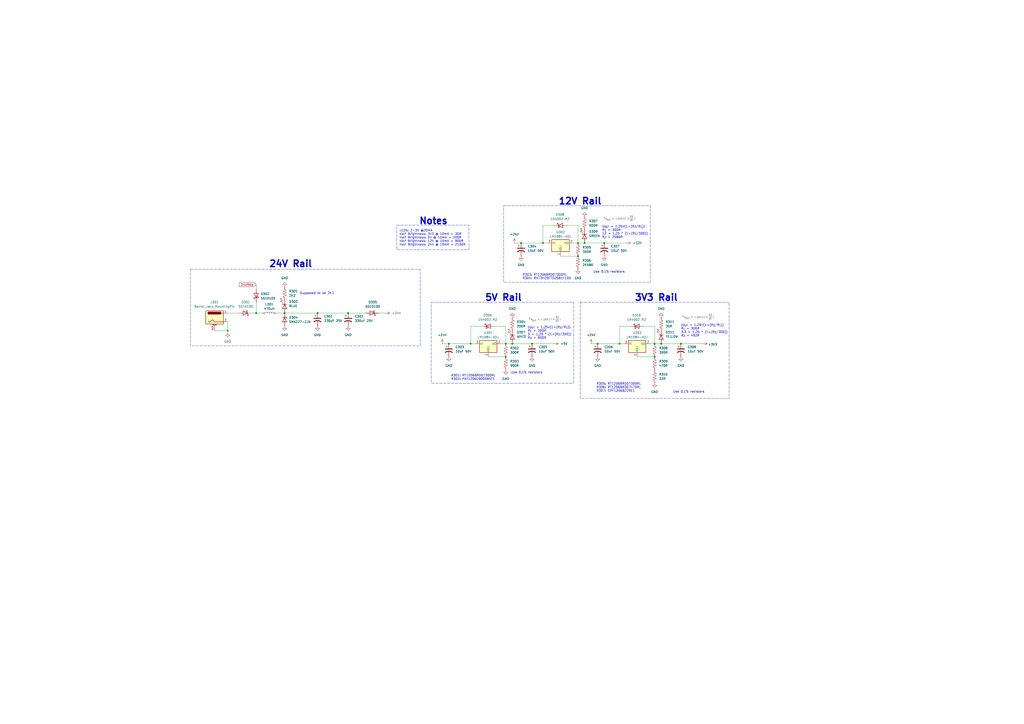
<source format=kicad_sch>
(kicad_sch (version 20250114) (generator "eeschema") (generator_version "9.0")
  (paper "A2")
  (title_block (title "MEP MAXI 85V-1 REV 2 Interface Board") (date "2025-05-31") (rev "X2") (company "McMillan Enterprises") (comment 1 "Firmware: John Gilcreast (johngilcreast@gmail.com)") (comment 2 "Hardware: Connor McMillan (connor@mcmillan.website)"))
  (polyline (pts (xy 552.8285 390.1083) (xy 552.3526 390.1083) (xy 552.1077 391.3288) (xy 551.9106 391.3288) (xy 552.1535 390.1083) (xy 551.6776 390.1083) (xy 551.7115 389.935) (xy 552.8644 389.935) (xy 552.8285 390.1083)) (stroke (width -0.0001) (type solid)) (fill (type outline)))
  (rectangle (start 292.1 119.38) (end 377.19 163.83) (stroke (width 0) (type dash)))
  (polyline (pts (xy 567.7801 390.1083) (xy 566.9936 390.1083) (xy 566.908 390.5363) (xy 567.6089 390.5363) (xy 567.575 390.7056) (xy 566.8741 390.7056) (xy 566.7845 391.1556) (xy 567.5989 391.1556) (xy 567.5651 391.3288) (xy 566.5516 391.3288) (xy 566.8303 389.935) (xy 567.814 389.935) (xy 567.7801 390.1083)) (stroke (width -0.0001) (type solid)) (fill (type outline)))
  (polyline (pts (xy 565.1534 384.4672) (xy 565.9874 384.4672) (xy 565.2304 388.2524) (xy 567.5785 388.2524) (xy 567.4373 388.958) (xy 564.2552 388.958) (xy 565.1534 384.4672) (xy 565.1534 384.4672)) (stroke (width -0.0001) (type solid)) (fill (type outline)))
  (polyline (pts (xy 550.5796 384.4061) (xy 550.7185 384.4153) (xy 550.8535 384.4305) (xy 550.9843 384.4517) (xy 551.1107 384.4789) (xy 551.2325 384.512) (xy 551.3494 384.5508) (xy 551.4611 384.5955) (xy 551.5676 384.6458) (xy 551.6685 384.7019) (xy 551.7636 384.7635) (xy 551.8526 384.8306) (xy 551.9354 384.9033) (xy 552.0116 384.9814) (xy 552.0811 385.0648) (xy 552.1436 385.1536) (xy 551.5406 385.6605) (xy 551.4932 385.5985) (xy 551.4425 385.5402) (xy 551.3885 385.4856) (xy 551.3602 385.4598) (xy 551.3311 385.4348) (xy 551.3012 385.4108) (xy 551.2704 385.3878) (xy 551.2388 385.3657) (xy 551.2064 385.3446) (xy 551.1731 385.3244) (xy 551.139 385.3053) (xy 551.104 385.2871) (xy 551.0682 385.2699) (xy 550.994 385.2385) (xy 550.9165 385.2112) (xy 550.8355 385.1879) (xy 550.7511 385.1687) (xy 550.6633 385.1538) (xy 550.5721 385.143) (xy 550.4774 385.1365) (xy 550.3793 385.1344) (xy 550.2729 385.1369) (xy 550.1691 385.1443) (xy 550.0679 385.1566) (xy 549.9694 385.1736) (xy 549.8736 385.1952) (xy 549.7806 385.2212) (xy 549.6904 385.2516) (xy 549.6031 385.2861) (xy 549.5188 385.3248) (xy 549.4374 385.3674) (xy 549.3591 385.4138) (xy 549.2839 385.4639) (xy 549.2119 385.5176) (xy 549.1431 385.5747) (xy 549.0775 385.6352) (xy 549.0152 385.6989) (xy 548.9563 385.7657) (xy 548.9008 385.8355) (xy 548.8488 385.908) (xy 548.8003 385.9833) (xy 548.7554 386.0612) (xy 548.7141 386.1415) (xy 548.6765 386.2241) (xy 548.6426 386.309) (xy 548.6125 386.396) (xy 548.5863 386.4849) (xy 548.5639 386.5756) (xy 548.5455 386.6681) (xy 548.5311 386.7622) (xy 548.5207 386.8577) (xy 548.5145 386.9545) (xy 548.5124 387.0526) (xy 548.5138 387.1216) (xy 548.5181 387.1892) (xy 548.5252 387.2551) (xy 548.5351 387.3195) (xy 548.5479 387.3822) (xy 548.5634 387.4432) (xy 548.5818 387.5025) (xy 548.6029 387.5601) (xy 548.6268 387.6158) (xy 548.6535 387.6696) (xy 548.6829 387.7215) (xy 548.715 387.7715) (xy 548.7499 387.8194) (xy 548.7875 387.8653) (xy 548.8278 387.9091) (xy 548.8708 387.9508) (xy 548.9165 387.9903) (xy 548.9649 388.0276) (xy 549.016 388.0626) (xy 549.0697 388.0953) (xy 549.126 388.1256) (xy 549.185 388.1536) (xy 549.2466 388.1791) (xy 549.3108 388.2021) (xy 549.3776 388.2225) (xy 549.447 388.2404) (xy 549.519 388.2556) (xy 549.5936 388.2682) (xy 549.6707 388.278) (xy 549.7504 388.2851) (xy 549.8327 388.2894) (xy 549.9174 388.2909) (xy 550.0105 388.2889) (xy 550.102 388.283) (xy 550.1919 388.2732) (xy 550.2802 388.2593) (xy 550.3668 388.2414) (xy 550.4516 388.2195) (xy 550.5347 388.1935) (xy 550.6159 388.1633) (xy 550.6953 388.1291) (xy 550.7727 388.0907) (xy 550.8481 388.0481) (xy 550.9215 388.0012) (xy 550.9929 387.9502) (xy 551.0621 387.8948) (xy 551.1292 387.8352) (xy 551.1941 387.7712) (xy 551.6816 388.2972) (xy 551.5974 388.3878) (xy 551.5083 388.4721) (xy 551.4147 388.55) (xy 551.3166 388.6216) (xy 551.2142 388.6871) (xy 551.1076 388.7465) (xy 550.9972 388.7999) (xy 550.8829 388.8474) (xy 550.7651 388.889) (xy 550.6438 388.9248) (xy 550.5192 388.9549) (xy 550.3915 388.9793) (xy 550.2609 388.9982) (xy 550.1276 389.0116) (xy 549.9916 389.0196) (xy 549.8532 389.0222) (xy 549.7267 389.0199) (xy 549.6035 389.0132) (xy 549.4837 389.0019) (xy 549.3672 388.9864) (xy 549.2541 388.9665) (xy 549.1445 388.9425) (xy 549.0384 388.9144) (xy 548.9359 388.8822) (xy 548.837 388.846) (xy 548.7418 388.806) (xy 548.6503 388.7622) (xy 548.5625 388.7147) (xy 548.4786 388.6635) (xy 548.3985 388.6088) (xy 548.3224 388.5505) (xy 548.2501 388.4889) (xy 548.1819 388.424) (xy 548.1178 388.3558) (xy 548.0577 388.2844) (xy 548.0018 388.2099) (xy 547.9501 388.1324) (xy 547.9026 388.052) (xy 547.8595 387.9688) (xy 547.8206 387.8827) (xy 547.7862 387.794) (xy 547.7562 387.7026) (xy 547.7306 387.6087) (xy 547.7096 387.5124) (xy 547.6932 387.4136) (xy 547.6814 387.3126) (xy 547.6743 387.2093) (xy 547.672 387.1039) (xy 547.6752 386.9624) (xy 547.6847 386.823) (xy 547.7005 386.686) (xy 547.7224 386.5513) (xy 547.7503 386.4193) (xy 547.7842 386.2901) (xy 547.8239 386.1637) (xy 547.8694 386.0405) (xy 547.9206 385.9204) (xy 547.9773 385.8038) (xy 548.0395 385.6906) (xy 548.107 385.5812) (xy 548.1799 385.4756) (xy 548.2579 385.3739) (xy 548.3409 385.2765) (xy 548.429 385.1833) (xy 548.5219 385.0946) (xy 548.6197 385.0105) (xy 548.7221 384.9311) (xy 548.8291 384.8567) (xy 548.9407 384.7873) (xy 549.0566 384.7232) (xy 549.1769 384.6644) (xy 549.3013 384.6112) (xy 549.4299 384.5637) (xy 549.5625 384.522) (xy 549.699 384.4863) (xy 549.8393 384.4567) (xy 549.9834 384.4334) (xy 550.1311 384.4166) (xy 550.2824 384.4064) (xy 550.4371 384.403) (xy 550.5796 384.4061)) (stroke (width -0.0001) (type solid)) (fill (type outline)))
  (polyline (pts (xy 549.9375 379.451) (xy 551.7902 378.1062) (xy 550.4453 379.9589) (xy 552.7064 380.318) (xy 550.4453 380.6771) (xy 551.7902 382.5299) (xy 549.9375 381.185) (xy 549.5784 383.446) (xy 549.2193 381.185) (xy 547.3665 382.5299) (xy 548.7114 380.6771) (xy 546.4504 380.318) (xy 548.7114 379.9589) (xy 547.3665 378.1062) (xy 549.2193 379.451) (xy 549.5784 377.19) (xy 549.9375 379.451)) (stroke (width -0.0001) (type solid)) (fill (type outline)))
  (rectangle (start 250.19 175.26) (end 332.74 222.25) (stroke (width 0) (type dash)))
  (polyline (pts (xy 569.4993 389.9196) (xy 569.5311 389.921) (xy 569.5625 389.9234) (xy 569.5936 389.9268) (xy 569.6242 389.9311) (xy 569.6544 389.9363) (xy 569.684 389.9424) (xy 569.7129 389.9495) (xy 569.7412 389.9574) (xy 569.7688 389.9662) (xy 569.7956 389.9758) (xy 569.8215 389.9863) (xy 569.8465 389.9976) (xy 569.8705 390.0098) (xy 569.8934 390.0228) (xy 569.9153 390.0366) (xy 569.8357 390.1998) (xy 569.8159 390.1864) (xy 569.7955 390.1739) (xy 569.7744 390.1622) (xy 569.7527 390.1513) (xy 569.7305 390.1413) (xy 569.7077 390.1322) (xy 569.6844 390.1239) (xy 569.6607 390.1165) (xy 569.6365 390.1099) (xy 569.6119 390.1042) (xy 569.5869 390.0994) (xy 569.5615 390.0954) (xy 569.5359 390.0923) (xy 569.5099 390.0901) (xy 569.4837 390.0888) (xy 569.4573 390.0884) (xy 569.4154 390.0895) (xy 569.3755 390.0928) (xy 569.3377 390.0983) (xy 569.3022 390.1059) (xy 569.269 390.1155) (xy 569.2383 390.127) (xy 569.21 390.1404) (xy 569.1843 390.1555) (xy 569.1613 390.1724) (xy 569.1508 390.1815) (xy 569.1411 390.191) (xy 569.132 390.2009) (xy 569.1237 390.2111) (xy 569.1161 390.2218) (xy 569.1093 390.2328) (xy 569.1032 390.2442) (xy 569.0979 390.2559) (xy 569.0934 390.268) (xy 569.0897 390.2804) (xy 569.0868 390.2931) (xy 569.0847 390.3062) (xy 569.0834 390.3196) (xy 569.083 390.3332) (xy 569.085 390.3594) (xy 569.091 390.3833) (xy 569.1007 390.405) (xy 569.1137 390.4247) (xy 569.1299 390.4426) (xy 569.149 390.4589) (xy 569.1706 390.4737) (xy 569.1947 390.4873) (xy 569.2208 390.4998) (xy 569.2488 390.5114) (xy 569.3092 390.5327) (xy 569.4404 390.5727) (xy 569.5071 390.5942) (xy 569.5717 390.6188) (xy 569.6025 390.6326) (xy 569.632 390.6478) (xy 569.66 390.6644) (xy 569.6861 390.6827) (xy 569.7102 390.7028) (xy 569.7319 390.725) (xy 569.7509 390.7494) (xy 569.7671 390.7761) (xy 569.7802 390.8055) (xy 569.7898 390.8375) (xy 569.7958 390.8726) (xy 569.7978 390.9107) (xy 569.7971 390.9358) (xy 569.795 390.9602) (xy 569.7915 390.984) (xy 569.7867 391.0071) (xy 569.7806 391.0295) (xy 569.7731 391.0513) (xy 569.7644 391.0724) (xy 569.7545 391.0928) (xy 569.7433 391.1124) (xy 569.7309 391.1314) (xy 569.7174 391.1496) (xy 569.7027 391.167) (xy 569.6869 391.1838) (xy 569.67 391.1997) (xy 569.6521 391.2149) (xy 569.6331 391.2293) (xy 569.613 391.2429) (xy 569.592 391.2557) (xy 569.5701 391.2677) (xy 569.5472 391.2788) (xy 569.5234 391.2892) (xy 569.4987 391.2987) (xy 569.4731 391.3073) (xy 569.4467 391.315) (xy 569.4195 391.3219) (xy 569.3915 391.3279) (xy 569.3627 391.333) (xy 569.3332 391.3372) (xy 569.303 391.3405) (xy 569.2721 391.3429) (xy 569.2406 391.3443) (xy 569.2084 391.3448) (xy 569.1686 391.3439) (xy 569.129 391.3414) (xy 569.0899 391.3374) (xy 569.0513 391.3318) (xy 569.0135 391.3248) (xy 568.9765 391.3164) (xy 568.9406 391.3068) (xy 568.9058 391.296) (xy 568.8723 391.2841) (xy 568.8403 391.2711) (xy 568.8098 391.2571) (xy 568.7811 391.2423) (xy 568.7543 391.2266) (xy 568.7296 391.2102) (xy 568.707 391.1932) (xy 568.6867 391.1755) (xy 568.7743 391.0162) (xy 568.7949 391.0341) (xy 568.817 391.0511) (xy 568.8404 391.0671) (xy 568.8651 391.0823) (xy 568.8911 391.0964) (xy 568.9181 391.1095) (xy 568.9461 391.1215) (xy 568.975 391.1325) (xy 569.0047 391.1422) (xy 569.035 391.1508) (xy 569.066 391.1582) (xy 569.0975 391.1643) (xy 569.1294 391.1692) (xy 569.1615 391.1727) (xy 569.1939 391.1748) (xy 569.2263 391.1755) (xy 569.2676 391.1745) (xy 569.3071 391.1715) (xy 569.3446 391.1666) (xy 569.3801 391.1598) (xy 569.4133 391.151) (xy 569.4443 391.1404) (xy 569.4728 391.128) (xy 569.4989 391.1138) (xy 569.5223 391.0978) (xy 569.5329 391.0891) (xy 569.5429 391.08) (xy 569.5522 391.0705) (xy 569.5607 391.0606) (xy 569.5685 391.0502) (xy 569.5755 391.0394) (xy 569.5817 391.0282) (xy 569.5872 391.0166) (xy 569.5919 391.0046) (xy 569.5957 390.9922) (xy 569.5987 390.9794) (xy 569.6009 390.9661) (xy 569.6022 390.9525) (xy 569.6027 390.9385) (xy 569.6006 390.9125) (xy 569.5946 390.8889) (xy 569.585 390.8675) (xy 569.5719 390.8481) (xy 569.5558 390.8306) (xy 569.5367 390.8146) (xy 569.515 390.8001) (xy 569.491 390.7868) (xy 569.4648 390.7747) (xy 569.4369 390.7633) (xy 569.3765 390.7425) (xy 569.2453 390.7031) (xy 569.1786 390.6814) (xy 569.114 390.6564) (xy 569.0832 390.6421) (xy 569.0537 390.6265) (xy 569.0257 390.6092) (xy 568.9996 390.5902) (xy 568.9755 390.5692) (xy 568.9539 390.5461) (xy 568.9348 390.5206) (xy 568.9186 390.4925) (xy 568.9056 390.4617) (xy 568.8959 390.428) (xy 568.8899 390.3912) (xy 568.8879 390.3511) (xy 568.8886 390.3264) (xy 568.8907 390.3023) (xy 568.8941 390.2788) (xy 568.8988 390.256) (xy 568.9049 390.2337) (xy 568.9122 390.2122) (xy 568.9207 390.1913) (xy 568.9305 390.1711) (xy 568.9415 390.1515) (xy 568.9537 390.1327) (xy 568.967 390.1146) (xy 568.9814 390.0972) (xy 568.997 390.0805) (xy 569.0136 390.0646) (xy 569.0312 390.0494) (xy 569.0499 390.035) (xy 569.0696 390.0214) (xy 569.0902 390.0086) (xy 569.1118 389.9966) (xy 569.1343 389.9854) (xy 569.1577 389.9751) (xy 569.182 389.9655) (xy 569.2072 389.9569) (xy 569.2331 389.9491) (xy 569.2599 389.9421) (xy 569.2874 389.9361) (xy 569.3157 389.9309) (xy 569.3446 389.9267) (xy 569.3743 389.9234) (xy 569.4047 389.921) (xy 569.4357 389.9195) (xy 569.4673 389.9191) (xy 569.4993 389.9196)) (stroke (width -0.0001) (type solid)) (fill (type outline)))
  (polyline (pts (xy 572.3579 388.958) (xy 571.5303 388.958) (xy 571.2929 387.9187) (xy 569.0346 387.9187) (xy 568.3867 388.958) (xy 567.4949 388.958) (xy 568.5958 387.2643) (xy 569.4452 387.2643) (xy 571.1389 387.2643) (xy 570.6834 385.2883) (xy 569.4452 387.2643) (xy 568.5958 387.2643) (xy 570.414 384.4672) (xy 571.2416 384.4672) (xy 572.3579 388.958)) (stroke (width -0.0001) (type solid)) (fill (type outline)))
  (rectangle (start 110.49 156.21) (end 243.84 200.66) (stroke (width 0) (type dash)))
  (polyline (pts (xy 576.3673 387.6108) (xy 576.9896 384.4672) (xy 577.8172 384.4672) (xy 576.9191 388.958) (xy 576.2326 388.958) (xy 574.3913 385.8144) (xy 573.7626 388.958) (xy 572.935 388.958) (xy 573.8332 384.4672) (xy 574.5196 384.4672) (xy 576.3673 387.6108)) (stroke (width -0.0001) (type solid)) (fill (type outline)))
  (rectangle (start 336.55 175.26) (end 422.91 231.14) (stroke (width 0) (type dash)))
  (polyline (pts (xy 561.3107 384.4672) (xy 562.1446 384.4672) (xy 561.3876 388.2524) (xy 563.7357 388.2524) (xy 563.5946 388.958) (xy 560.4124 388.958) (xy 561.3107 384.4672) (xy 561.3107 384.4672)) (stroke (width -0.0001) (type solid)) (fill (type outline)))
  (polyline (pts (xy 555.0046 387.4568) (xy 557.3335 384.4672) (xy 558.052 384.4672) (xy 557.1539 388.958) (xy 556.3648 388.958) (xy 556.9485 386.0133) (xy 555.0303 388.4448) (xy 554.6582 388.4448) (xy 553.6317 385.9556) (xy 553.035 388.958) (xy 552.2395 388.958) (xy 553.1377 384.4672) (xy 553.8178 384.4672) (xy 555.0046 387.4568)) (stroke (width -0.0001) (type solid)) (fill (type outline)))
  (polyline (pts (xy 556.7799 389.9368) (xy 556.8362 389.942) (xy 556.889 389.9505) (xy 556.9384 389.9624) (xy 556.9617 389.9696) (xy 556.9842 389.9776) (xy 557.0058 389.9863) (xy 557.0264 389.9959) (xy 557.0461 390.0063) (xy 557.0649 390.0174) (xy 557.0828 390.0294) (xy 557.0997 390.042) (xy 557.1156 390.0555) (xy 557.1306 390.0697) (xy 557.1446 390.0846) (xy 557.1577 390.1003) (xy 557.1697 390.1167) (xy 557.1807 390.1338) (xy 557.1907 390.1517) (xy 557.1998 390.1702) (xy 557.2077 390.1895) (xy 557.2147 390.2094) (xy 557.2206 390.23) (xy 557.2254 390.2514) (xy 557.2292 390.2733) (xy 557.2319 390.296) (xy 557.2336 390.3193) (xy 557.2341 390.3432) (xy 557.2323 390.3941) (xy 557.23 390.4187) (xy 557.2269 390.4427) (xy 557.2229 390.4663) (xy 557.218 390.4892) (xy 557.2123 390.5117) (xy 557.2057 390.5335) (xy 557.1983 390.5548) (xy 557.1901 390.5755) (xy 557.181 390.5956) (xy 557.1711 390.6152) (xy 557.1604 390.6342) (xy 557.1489 390.6525) (xy 557.1366 390.6703) (xy 557.1236 390.6874) (xy 557.1098 390.704) (xy 557.0952 390.7199) (xy 557.0798 390.7352) (xy 557.0637 390.7499) (xy 557.0469 390.7639) (xy 557.0294 390.7773) (xy 557.0111 390.79) (xy 556.9921 390.8021) (xy 556.9521 390.8244) (xy 556.9094 390.8439) (xy 556.8639 390.8607) (xy 556.8159 390.8748) (xy 557.0708 391.3288) (xy 556.8598 391.3288) (xy 556.6169 390.9027) (xy 556.2066 390.9027) (xy 556.123 391.3288) (xy 555.9219 391.3288) (xy 556.041 390.7334) (xy 556.2405 390.7334) (xy 556.585 390.7334) (xy 556.637 390.7319) (xy 556.6861 390.7275) (xy 556.7322 390.7201) (xy 556.7754 390.7097) (xy 556.7959 390.7034) (xy 556.8155 390.6964) (xy 556.8344 390.6887) (xy 556.8525 390.6802) (xy 556.8698 390.671) (xy 556.8863 390.6611) (xy 556.9019 390.6505) (xy 556.9168 390.6391) (xy 556.9308 390.627) (xy 556.9439 390.6143) (xy 556.9562 390.6008) (xy 556.9677 390.5865) (xy 556.9782 390.5716) (xy 556.988 390.556) (xy 556.9968 390.5397) (xy 557.0047 390.5226) (xy 557.0117 390.5049) (xy 557.0178 390.4864) (xy 557.023 390.4673) (xy 557.0273 390.4474) (xy 557.0307 390.4269) (xy 557.033 390.4057) (xy 557.0345 390.3837) (xy 557.035 390.3611) (xy 557.0346 390.3457) (xy 557.0336 390.3307) (xy 557.0318 390.3162) (xy 557.0294 390.3022) (xy 557.0263 390.2887) (xy 557.0225 390.2757) (xy 557.0181 390.2631) (xy 557.013 390.2511) (xy 557.0072 390.2395) (xy 557.0008 390.2284) (xy 556.9937 390.2177) (xy 556.9859 390.2076) (xy 556.9776 390.198) (xy 556.9685 390.1888) (xy 556.9589 390.1802) (xy 556.9486 390.172) (xy 556.9377 390.1643) (xy 556.9262 390.1571) (xy 556.914 390.1504) (xy 556.9013 390.1442) (xy 556.8879 390.1385) (xy 556.874 390.1332) (xy 556.8594 390.1285) (xy 556.8443 390.1243) (xy 556.8286 390.1205) (xy 556.8122 390.1173) (xy 556.7954 390.1145) (xy 556.7779 390.1123) (xy 556.7599 390.1105) (xy 556.7413 390.1093) (xy 556.7221 390.1085) (xy 556.7024 390.1083) (xy 556.3659 390.1083) (xy 556.2405 390.7334) (xy 556.041 390.7334) (xy 556.2007 389.935) (xy 556.7203 389.935) (xy 556.7799 389.9368)) (stroke (width -0.0001) (type solid)) (fill (type outline)))
  (polyline (pts (xy 563.112 391.3288) (xy 562.9128 391.3288) (xy 563.1916 389.935) (xy 563.3907 389.935) (xy 563.112 391.3288)) (stroke (width -0.0001) (type solid)) (fill (type outline)))
  (polyline (pts (xy 554.9237 390.1083) (xy 554.1372 390.1083) (xy 554.0516 390.5363) (xy 554.7525 390.5363) (xy 554.7186 390.7056) (xy 554.0177 390.7056) (xy 553.9281 391.1556) (xy 554.7425 391.1556) (xy 554.7087 391.3288) (xy 553.6952 391.3288) (xy 553.9739 389.935) (xy 554.9576 389.935) (xy 554.9237 390.1083)) (stroke (width -0.0001) (type solid)) (fill (type outline)))
  (polyline (pts (xy 550.1896 391.0082) (xy 550.4026 389.935) (xy 550.6017 389.935) (xy 550.323 391.3288) (xy 550.1597 391.3288) (xy 549.5364 390.2556) (xy 549.3233 391.3288) (xy 549.1243 391.3288) (xy 549.403 389.935) (xy 549.5663 389.935) (xy 550.1896 391.0082)) (stroke (width -0.0001) (type solid)) (fill (type outline)))
  (polyline (pts (xy 549.0009 382.2035) (xy 544.1452 388.3909) (xy 543.7286 388.3909) (xy 542.5793 385.6036) (xy 541.9111 388.9658) (xy 541.02 388.9658) (xy 542.0261 383.9368) (xy 542.7876 383.9368) (xy 543.9462 386.8559) (xy 544.1165 387.2844) (xy 546.7304 383.9368) (xy 547.5979 382.8257) (xy 548.9445 381.8482) (xy 549.0009 382.2035)) (stroke (width -0.0001) (type solid)) (fill (type outline)))
  (rectangle (start 230.124 130.556) (end 272.034 144.78) (stroke (width 0) (type dash)))
  (polyline (pts (xy 565.1435 389.9196) (xy 565.1752 389.921) (xy 565.2067 389.9234) (xy 565.2377 389.9268) (xy 565.2684 389.9311) (xy 565.2985 389.9363) (xy 565.3281 389.9424) (xy 565.3571 389.9495) (xy 565.3854 389.9574) (xy 565.413 389.9662) (xy 565.4397 389.9758) (xy 565.4656 389.9863) (xy 565.4906 389.9976) (xy 565.5146 390.0098) (xy 565.5376 390.0228) (xy 565.5594 390.0366) (xy 565.4798 390.1998) (xy 565.46 390.1864) (xy 565.4396 390.1739) (xy 565.4185 390.1622) (xy 565.3969 390.1513) (xy 565.3746 390.1413) (xy 565.3519 390.1322) (xy 565.3286 390.1239) (xy 565.3048 390.1165) (xy 565.2806 390.1099) (xy 565.256 390.1042) (xy 565.231 390.0994) (xy 565.2057 390.0954) (xy 565.18 390.0923) (xy 565.1541 390.0901) (xy 565.1279 390.0888) (xy 565.1015 390.0884) (xy 565.0595 390.0895) (xy 565.0196 390.0928) (xy 564.9819 390.0983) (xy 564.9464 390.1059) (xy 564.9132 390.1155) (xy 564.8824 390.127) (xy 564.8541 390.1404) (xy 564.8284 390.1555) (xy 564.8054 390.1724) (xy 564.795 390.1815) (xy 564.7852 390.191) (xy 564.7762 390.2009) (xy 564.7678 390.2111) (xy 564.7603 390.2218) (xy 564.7534 390.2328) (xy 564.7474 390.2442) (xy 564.7421 390.2559) (xy 564.7375 390.268) (xy 564.7338 390.2804) (xy 564.7309 390.2931) (xy 564.7288 390.3062) (xy 564.7276 390.3196) (xy 564.7271 390.3332) (xy 564.7292 390.3594) (xy 564.7352 390.3833) (xy 564.7448 390.405) (xy 564.7579 390.4247) (xy 564.774 390.4426) (xy 564.7931 390.4589) (xy 564.8148 390.4737) (xy 564.8388 390.4873) (xy 564.865 390.4998) (xy 564.8929 390.5114) (xy 564.9533 390.5327) (xy 565.0846 390.5727) (xy 565.1512 390.5942) (xy 565.2158 390.6188) (xy 565.2466 390.6326) (xy 565.2762 390.6478) (xy 565.3041 390.6644) (xy 565.3303 390.6827) (xy 565.3543 390.7028) (xy 565.376 390.725) (xy 565.3951 390.7494) (xy 565.4113 390.7761) (xy 565.4243 390.8055) (xy 565.4339 390.8375) (xy 565.4399 390.8726) (xy 565.442 390.9107) (xy 565.4413 390.9358) (xy 565.4392 390.9602) (xy 565.4357 390.984) (xy 565.4309 391.0071) (xy 565.4247 391.0295) (xy 565.4173 391.0513) (xy 565.4086 391.0724) (xy 565.3986 391.0928) (xy 565.3874 391.1124) (xy 565.3751 391.1314) (xy 565.3615 391.1496) (xy 565.3468 391.167) (xy 565.331 391.1838) (xy 565.3142 391.1997) (xy 565.2962 391.2149) (xy 565.2772 391.2293) (xy 565.2572 391.2429) (xy 565.2362 391.2557) (xy 565.2142 391.2677) (xy 565.1913 391.2788) (xy 565.1675 391.2892) (xy 565.1428 391.2987) (xy 565.1172 391.3073) (xy 565.0908 391.315) (xy 565.0636 391.3219) (xy 565.0356 391.3279) (xy 565.0069 391.333) (xy 564.9774 391.3372) (xy 564.9472 391.3405) (xy 564.9163 391.3429) (xy 564.8847 391.3443) (xy 564.8526 391.3448) (xy 564.8127 391.3439) (xy 564.7731 391.3414) (xy 564.734 391.3374) (xy 564.6955 391.3318) (xy 564.6576 391.3248) (xy 564.6207 391.3164) (xy 564.5847 391.3068) (xy 564.5499 391.296) (xy 564.5164 391.2841) (xy 564.4844 391.2711) (xy 564.454 391.2571) (xy 564.4253 391.2423) (xy 564.3985 391.2266) (xy 564.3737 391.2102) (xy 564.3511 391.1932) (xy 564.3309 391.1755) (xy 564.4185 391.0162) (xy 564.439 391.0341) (xy 564.4611 391.0511) (xy 564.4846 391.0671) (xy 564.5093 391.0823) (xy 564.5352 391.0964) (xy 564.5622 391.1095) (xy 564.5902 391.1215) (xy 564.6191 391.1325) (xy 564.6488 391.1422) (xy 564.6792 391.1508) (xy 564.7102 391.1582) (xy 564.7416 391.1643) (xy 564.7735 391.1692) (xy 564.8057 391.1727) (xy 564.838 391.1748) (xy 564.8705 391.1755) (xy 564.9118 391.1745) (xy 564.9512 391.1715) (xy 564.9888 391.1666) (xy 565.0242 391.1598) (xy 565.0575 391.151) (xy 565.0884 391.1404) (xy 565.117 391.128) (xy 565.143 391.1138) (xy 565.1664 391.0978) (xy 565.1771 391.0891) (xy 565.1871 391.08) (xy 565.1963 391.0705) (xy 565.2048 391.0606) (xy 565.2126 391.0502) (xy 565.2196 391.0394) (xy 565.2259 391.0282) (xy 565.2313 391.0166) (xy 565.236 391.0046) (xy 565.2399 390.9922) (xy 565.2429 390.9794) (xy 565.245 390.9661) (xy 565.2464 390.9525) (xy 565.2468 390.9385) (xy 565.2447 390.9125) (xy 565.2388 390.8889) (xy 565.2291 390.8675) (xy 565.2161 390.8481) (xy 565.1999 390.8306) (xy 565.1808 390.8146) (xy 565.1592 390.8001) (xy 565.1351 390.7868) (xy 565.109 390.7747) (xy 565.081 390.7633) (xy 565.0206 390.7425) (xy 564.8894 390.7031) (xy 564.8228 390.6814) (xy 564.7582 390.6564) (xy 564.7273 390.6421) (xy 564.6978 390.6265) (xy 564.6698 390.6092) (xy 564.6437 390.5902) (xy 564.6197 390.5692) (xy 564.598 390.5461) (xy 564.5789 390.5206) (xy 564.5627 390.4925) (xy 564.5497 390.4617) (xy 564.5401 390.428) (xy 564.5341 390.3912) (xy 564.532 390.3511) (xy 564.5327 390.3264) (xy 564.5348 390.3023) (xy 564.5382 390.2788) (xy 564.543 390.256) (xy 564.549 390.2337) (xy 564.5563 390.2122) (xy 564.5649 390.1913) (xy 564.5747 390.1711) (xy 564.5857 390.1515) (xy 564.5978 390.1327) (xy 564.6111 390.1146) (xy 564.6256 390.0972) (xy 564.6411 390.0805) (xy 564.6577 390.0646) (xy 564.6754 390.0494) (xy 564.694 390.035) (xy 564.7137 390.0214) (xy 564.7344 390.0086) (xy 564.756 389.9966) (xy 564.7785 389.9854) (xy 564.8019 389.9751) (xy 564.8262 389.9655) (xy 564.8513 389.9569) (xy 564.8773 389.9491) (xy 564.904 389.9421) (xy 564.9315 389.9361) (xy 564.9598 389.9309) (xy 564.9888 389.9267) (xy 565.0185 389.9234) (xy 565.0488 389.921) (xy 565.0798 389.9195) (xy 565.1115 389.9191) (xy 565.1435 389.9196)) (stroke (width -0.0001) (type solid)) (fill (type outline)))
  (polyline (pts (xy 561.4306 389.9368) (xy 561.4868 389.942) (xy 561.5397 389.9505) (xy 561.589 389.9624) (xy 561.6124 389.9696) (xy 561.6349 389.9776) (xy 561.6564 389.9863) (xy 561.6771 389.9959) (xy 561.6968 390.0063) (xy 561.7156 390.0174) (xy 561.7334 390.0294) (xy 561.7503 390.042) (xy 561.7663 390.0555) (xy 561.7813 390.0697) (xy 561.7953 390.0846) (xy 561.8083 390.1003) (xy 561.8203 390.1167) (xy 561.8314 390.1338) (xy 561.8414 390.1517) (xy 561.8504 390.1702) (xy 561.8584 390.1895) (xy 561.8653 390.2094) (xy 561.8712 390.23) (xy 561.8761 390.2514) (xy 561.8799 390.2733) (xy 561.8826 390.296) (xy 561.8842 390.3193) (xy 561.8848 390.3432) (xy 561.8829 390.3941) (xy 561.8807 390.4187) (xy 561.8776 390.4427) (xy 561.8736 390.4663) (xy 561.8687 390.4892) (xy 561.863 390.5117) (xy 561.8564 390.5335) (xy 561.849 390.5548) (xy 561.8407 390.5755) (xy 561.8316 390.5956) (xy 561.8217 390.6152) (xy 561.811 390.6342) (xy 561.7996 390.6525) (xy 561.7873 390.6703) (xy 561.7742 390.6874) (xy 561.7604 390.704) (xy 561.7458 390.7199) (xy 561.7305 390.7352) (xy 561.7144 390.7499) (xy 561.6976 390.7639) (xy 561.68 390.7773) (xy 561.6618 390.79) (xy 561.6428 390.8021) (xy 561.6028 390.8244) (xy 561.56 390.8439) (xy 561.5146 390.8607) (xy 561.4666 390.8748) (xy 561.7214 391.3288) (xy 561.5104 391.3288) (xy 561.2675 390.9027) (xy 560.8573 390.9027) (xy 560.7737 391.3288) (xy 560.5726 391.3288) (xy 560.6917 390.7334) (xy 560.8912 390.7334) (xy 561.2356 390.7334) (xy 561.2876 390.7319) (xy 561.3367 390.7275) (xy 561.3829 390.7201) (xy 561.4261 390.7097) (xy 561.4465 390.7034) (xy 561.4662 390.6964) (xy 561.485 390.6887) (xy 561.5031 390.6802) (xy 561.5204 390.671) (xy 561.5369 390.6611) (xy 561.5526 390.6505) (xy 561.5674 390.6391) (xy 561.5814 390.627) (xy 561.5946 390.6143) (xy 561.6069 390.6008) (xy 561.6183 390.5865) (xy 561.6289 390.5716) (xy 561.6386 390.556) (xy 561.6474 390.5397) (xy 561.6553 390.5226) (xy 561.6624 390.5049) (xy 561.6685 390.4864) (xy 561.6737 390.4673) (xy 561.678 390.4474) (xy 561.6813 390.4269) (xy 561.6837 390.4057) (xy 561.6851 390.3837) (xy 561.6856 390.3611) (xy 561.6853 390.3457) (xy 561.6842 390.3307) (xy 561.6825 390.3162) (xy 561.6801 390.3022) (xy 561.677 390.2887) (xy 561.6732 390.2757) (xy 561.6687 390.2631) (xy 561.6636 390.2511) (xy 561.6578 390.2395) (xy 561.6514 390.2284) (xy 561.6443 390.2177) (xy 561.6366 390.2076) (xy 561.6282 390.198) (xy 561.6192 390.1888) (xy 561.6095 390.1802) (xy 561.5993 390.172) (xy 561.5884 390.1643) (xy 561.5768 390.1571) (xy 561.5647 390.1504) (xy 561.5519 390.1442) (xy 561.5386 390.1385) (xy 561.5246 390.1332) (xy 561.5101 390.1285) (xy 561.4949 390.1243) (xy 561.4792 390.1205) (xy 561.4629 390.1173) (xy 561.446 390.1145) (xy 561.4285 390.1123) (xy 561.4105 390.1105) (xy 561.3919 390.1093) (xy 561.3728 390.1085) (xy 561.3531 390.1083) (xy 561.0166 390.1083) (xy 560.8912 390.7334) (xy 560.6917 390.7334) (xy 560.8513 389.935) (xy 561.371 389.935) (xy 561.4306 389.9368)) (stroke (width -0.0001) (type solid)) (fill (type outline)))
  (polyline (pts (xy 548.1261 390.1083) (xy 547.3395 390.1083) (xy 547.2539 390.5363) (xy 547.9548 390.5363) (xy 547.921 390.7056) (xy 547.2201 390.7056) (xy 547.1305 391.1556) (xy 547.9448 391.1556) (xy 547.911 391.3288) (xy 546.8975 391.3288) (xy 547.1763 389.935) (xy 548.1599 389.935) (xy 548.1261 390.1083)) (stroke (width -0.0001) (type solid)) (fill (type outline)))
  (polyline (pts (xy 559.2643 384.4672) (xy 560.0983 384.4672) (xy 559.2001 388.958) (xy 558.366 388.958) (xy 559.2643 384.4672) (xy 559.2643 384.4672)) (stroke (width -0.0001) (type solid)) (fill (type outline)))
  (polyline (pts (xy 559.1179 389.9368) (xy 559.1738 389.942) (xy 559.2264 389.9505) (xy 559.2755 389.9624) (xy 559.2988 389.9696) (xy 559.3211 389.9776) (xy 559.3426 389.9863) (xy 559.3632 389.9959) (xy 559.3828 390.0063) (xy 559.4015 390.0174) (xy 559.4193 390.0294) (xy 559.4362 390.042) (xy 559.4521 390.0555) (xy 559.467 390.0697) (xy 559.481 390.0846) (xy 559.494 390.1003) (xy 559.506 390.1167) (xy 559.517 390.1338) (xy 559.527 390.1517) (xy 559.536 390.1702) (xy 559.544 390.1895) (xy 559.5509 390.2094) (xy 559.5568 390.23) (xy 559.5616 390.2514) (xy 559.5654 390.2733) (xy 559.5681 390.296) (xy 559.5698 390.3193) (xy 559.5703 390.3432) (xy 559.5696 390.3762) (xy 559.5674 390.4083) (xy 559.5638 390.4395) (xy 559.5588 390.4698) (xy 559.5523 390.4991) (xy 559.5445 390.5276) (xy 559.5354 390.5551) (xy 559.5248 390.5816) (xy 559.513 390.6072) (xy 559.4999 390.6318) (xy 559.4854 390.6555) (xy 559.4697 390.6781) (xy 559.4528 390.6998) (xy 559.4346 390.7204) (xy 559.4152 390.74) (xy 559.3946 390.7586) (xy 559.3729 390.7761) (xy 559.3499 390.7926) (xy 559.3258 390.808) (xy 559.3007 390.8224) (xy 559.2743 390.8356) (xy 559.247 390.8478) (xy 559.2185 390.8588) (xy 559.189 390.8688) (xy 559.1584 390.8776) (xy 559.1269 390.8852) (xy 559.0943 390.8917) (xy 559.0608 390.8971) (xy 559.0263 390.9013) (xy 558.9909 390.9043) (xy 558.9545 390.9061) (xy 558.9173 390.9067) (xy 558.5449 390.9067) (xy 558.4612 391.3288) (xy 558.2622 391.3288) (xy 558.3813 390.7334) (xy 558.5808 390.7334) (xy 558.9212 390.7334) (xy 558.9732 390.7319) (xy 559.0223 390.7275) (xy 559.0685 390.7201) (xy 559.1117 390.7097) (xy 559.1321 390.7034) (xy 559.1518 390.6964) (xy 559.1707 390.6887) (xy 559.1888 390.6802) (xy 559.2061 390.671) (xy 559.2225 390.6611) (xy 559.2382 390.6505) (xy 559.253 390.6391) (xy 559.267 390.627) (xy 559.2802 390.6143) (xy 559.2925 390.6008) (xy 559.304 390.5865) (xy 559.3145 390.5716) (xy 559.3242 390.556) (xy 559.3331 390.5397) (xy 559.341 390.5226) (xy 559.348 390.5049) (xy 559.3541 390.4864) (xy 559.3593 390.4673) (xy 559.3636 390.4474) (xy 559.3669 390.4269) (xy 559.3693 390.4057) (xy 559.3708 390.3837) (xy 559.3713 390.3611) (xy 559.3709 390.3457) (xy 559.3699 390.3307) (xy 559.3681 390.3162) (xy 559.3657 390.3022) (xy 559.3626 390.2887) (xy 559.3588 390.2757) (xy 559.3544 390.2631) (xy 559.3493 390.2511) (xy 559.3435 390.2395) (xy 559.3371 390.2284) (xy 559.33 390.2177) (xy 559.3223 390.2076) (xy 559.314 390.198) (xy 559.305 390.1888) (xy 559.2954 390.1802) (xy 559.2851 390.172) (xy 559.2743 390.1643) (xy 559.2628 390.1571) (xy 559.2507 390.1504) (xy 559.238 390.1442) (xy 559.2248 390.1385) (xy 559.2109 390.1332) (xy 559.1964 390.1285) (xy 559.1814 390.1243) (xy 559.1658 390.1205) (xy 559.1496 390.1173) (xy 559.1328 390.1145) (xy 559.1155 390.1123) (xy 559.0976 390.1105) (xy 559.0792 390.1093) (xy 559.0603 390.1085) (xy 559.0407 390.1083) (xy 558.7062 390.1083) (xy 558.5808 390.7334) (xy 558.3813 390.7334) (xy 558.5409 389.935) (xy 559.0586 389.935) (xy 559.1179 389.9368)) (stroke (width -0.0001) (type solid)) (fill (type outline)))
  (polyline (pts (xy 544.1165 387.2844) (xy 546.7247 383.9368) (xy 546.7304 383.9368) (xy 544.1165 387.2844)) (stroke (width -0.0001) (type solid)) (fill (type outline)))
  (polyline (pts (xy 544.1165 387.2844) (xy 546.7247 383.9368) (xy 546.7304 383.9368) (xy 544.1165 387.2844)) (stroke (width -0.0001) (type solid)) (fill (type outline)))
  (polyline (pts (xy 546.5235 388.9658) (xy 545.6399 388.9658) (xy 546.1264 386.511) (xy 547.3182 384.9924) (xy 546.5235 388.9658)) (stroke (width -0.0001) (type solid)) (fill (type outline)))
  (text "5V Rail" (at 292.1 172.72 0) (effects (font (size 3.81 3.81) (thickness 0.762) (bold yes))))
  (text "Supposed to be 2K1" (at 183.896 170.18 0) (effects (font (size 1.27 1.27))))
  (text "R301: RT1206BRD07300RL\nR302: PAT1206E9000BST1" (at 261.62 218.948 0) (effects (font (size 1.27 1.27)) (justify left)))
  (text "3V3 Rail" (at 380.746 172.72 0) (effects (font (size 3.81 3.81) (thickness 0.762) (bold yes))))
  (text "Notes" (at 251.46 128.27 0) (effects (font (size 3.81 3.81) (thickness 0.762) (bold yes))))
  (text "R303: RT1206BRD07300RL\nR304: RN73H2BTTD2581F100" (at 303.022 160.528 0) (effects (font (size 1.27 1.27)) (justify left)))
  (text "LEDS: 2-3V @20mA\nHalf Brightness: 3V3 @ 10mA = 30R\nHalf Brightness: 5V @ 10mA = 200R\nHalf Brightness: 12V @ 10mA = 900R\nHalf Brightness: 24V @ 10mA = 2100R" (at 231.648 137.922 0) (effects (font (size 1.27 1.27)) (justify left)))
  (text "Use 0.1% resistors" (at 305.562 216.154 0) (effects (font (size 1.27 1.27) (thickness 0.1588))))
  (text "V_{OUT} = 1.25V(1+(R_{2}/R_{1}))\nR_{1} = 300R\n3.3 = 1.25 * (1+(R_{2}/300))\nR_{2} = 492R" (at 394.97 191.77 0) (effects (font (size 1.27 1.27)) (justify left)))
  (text "24V Rail" (at 168.656 153.162 0) (effects (font (size 3.81 3.81) (thickness 0.762) (bold yes))))
  (text "Use 0.1% resistors" (at 353.314 157.734 0) (effects (font (size 1.27 1.27) (thickness 0.1588))))
  (text "12V Rail" (at 336.55 116.84 0) (effects (font (size 3.81 3.81) (thickness 0.762) (bold yes))))
  (text "Use 0.1% resistors" (at 399.542 227.33 0) (effects (font (size 1.27 1.27) (thickness 0.1588))))
  (text "R305: RT1206BRD07300RL\nR306: RT1206BRD07470RL\nR307: CPF1206B22RE1" (at 345.948 224.79 0) (effects (font (size 1.27 1.27)) (justify left)))
  (text "V_{OUT} = 1.25V(1+(R_{2}/R_{1}))\nR_{1} = 300R\n12 = 1.25 * (1+(R_{2}/300))\nR_{2} = 2580R" (at 349.25 134.62 0) (effects (font (size 1.27 1.27)) (justify left)))
  (text "V_{OUT} = 1.25V(1+(R_{2}/R_{1}))\nR_{1} = 300R\n5 = 1.25 * (1+(R_{2}/300))\nR_{2} = 900R" (at 306.07 193.04 0) (effects (font (size 1.27 1.27)) (justify left)))
  (junction (at 394.97 199.39))
  (junction (at 297.18 199.39))
  (junction (at 379.73 199.39))
  (junction (at 201.93 181.61))
  (junction (at 350.52 140.97))
  (junction (at 383.54 199.39))
  (junction (at 165.1 181.61))
  (junction (at 302.26 140.97))
  (junction (at 293.37 199.39))
  (junction (at 293.37 207.01))
  (junction (at 184.15 181.61))
  (junction (at 379.73 207.01))
  (junction (at 308.61 199.39))
  (junction (at 335.28 148.59))
  (junction (at 314.96 140.97))
  (junction (at 148.59 181.61))
  (junction (at 359.41 199.39))
  (junction (at 273.05 199.39))
  (junction (at 335.28 140.97))
  (junction (at 260.35 199.39))
  (junction (at 346.71 199.39))
  (junction (at 339.09 140.97))
  (junction (at 132.08 191.77))
  (wire (pts (xy 342.9 199.39) (xy 346.71 199.39)))
  (wire (pts (xy 377.19 199.39) (xy 379.73 199.39)))
  (wire (pts (xy 339.09 140.97) (xy 350.52 140.97)))
  (wire (pts (xy 335.28 130.81) (xy 335.28 140.97)))
  (wire (pts (xy 287.02 189.23) (xy 293.37 189.23)))
  (wire (pts (xy 293.37 199.39) (xy 297.18 199.39)))
  (wire (pts (xy 273.05 199.39) (xy 275.59 199.39)))
  (wire (pts (xy 132.08 191.77) (xy 132.08 193.04)))
  (wire (pts (xy 383.54 199.39) (xy 394.97 199.39)))
  (wire (pts (xy 290.83 199.39) (xy 293.37 199.39)))
  (wire (pts (xy 365.76 189.23) (xy 359.41 189.23)))
  (wire (pts (xy 297.18 199.39) (xy 308.61 199.39)))
  (wire (pts (xy 219.71 181.61) (xy 223.52 181.61)))
  (wire (pts (xy 369.57 207.01) (xy 379.73 207.01)))
  (wire (pts (xy 359.41 199.39) (xy 361.95 199.39)))
  (wire (pts (xy 328.93 130.81) (xy 335.28 130.81)))
  (wire (pts (xy 394.97 199.39) (xy 407.67 199.39)))
  (wire (pts (xy 321.31 130.81) (xy 314.96 130.81)))
  (wire (pts (xy 132.08 181.61) (xy 138.43 181.61)))
  (wire (pts (xy 165.1 181.61) (xy 184.15 181.61)))
  (wire (pts (xy 184.15 181.61) (xy 201.93 181.61)))
  (wire (pts (xy 148.59 175.26) (xy 148.59 181.61)))
  (wire (pts (xy 325.12 148.59) (xy 335.28 148.59)))
  (wire (pts (xy 346.71 199.39) (xy 359.41 199.39)))
  (wire (pts (xy 148.59 165.1) (xy 148.59 167.64)))
  (wire (pts (xy 124.46 191.77) (xy 132.08 191.77)))
  (wire (pts (xy 359.41 189.23) (xy 359.41 199.39)))
  (wire (pts (xy 160.02 181.61) (xy 165.1 181.61)))
  (wire (pts (xy 373.38 189.23) (xy 379.73 189.23)))
  (wire (pts (xy 279.4 189.23) (xy 273.05 189.23)))
  (wire (pts (xy 314.96 130.81) (xy 314.96 140.97)))
  (wire (pts (xy 146.05 181.61) (xy 148.59 181.61)))
  (wire (pts (xy 201.93 181.61) (xy 212.09 181.61)))
  (wire (pts (xy 260.35 199.39) (xy 273.05 199.39)))
  (wire (pts (xy 293.37 189.23) (xy 293.37 199.39)))
  (wire (pts (xy 302.26 140.97) (xy 314.96 140.97)))
  (wire (pts (xy 283.21 207.01) (xy 293.37 207.01)))
  (wire (pts (xy 379.73 199.39) (xy 383.54 199.39)))
  (wire (pts (xy 314.96 140.97) (xy 317.5 140.97)))
  (wire (pts (xy 273.05 189.23) (xy 273.05 199.39)))
  (wire (pts (xy 298.45 140.97) (xy 302.26 140.97)))
  (wire (pts (xy 350.52 140.97) (xy 363.22 140.97)))
  (wire (pts (xy 308.61 199.39) (xy 321.31 199.39)))
  (wire (pts (xy 132.08 186.69) (xy 132.08 191.77)))
  (wire (pts (xy 332.74 140.97) (xy 335.28 140.97)))
  (wire (pts (xy 148.59 181.61) (xy 152.4 181.61)))
  (wire (pts (xy 256.54 199.39) (xy 260.35 199.39)))
  (wire (pts (xy 379.73 189.23) (xy 379.73 199.39)))
  (wire (pts (xy 335.28 140.97) (xy 339.09 140.97)))
  (image (at 404.876 183.896) (scale 0.379847))
  (image (at 315.976 185.166) (scale 0.379847))
  (image (at 359.156 126.746) (scale 0.379847))
  (global_label "24VRAW" (shape input) (at 148.59 165.1 180) (effects (font (thickness 0.1588))) (property "Intersheetrefs" "${INTERSHEET_REFS}" (at 138.1921 165.1 0) (effects (justify right))))
  (symbol (lib_id "power:GND") (at 297.18 184.15 180) (unit 1)
    (property "Reference" "#PWR0310" (effects (hide yes)))
    (property "Value" "GND" (at 297.18 179.07 0))
    (property "Description" "Power symbol creates a global label with name \"GND\" , ground" (effects (hide yes)))
  )
  (symbol (lib_id "Device:LED") (at 383.54 195.58 270) (unit 1)
    (property "Reference" "D311" (at 386.08 192.7224 90) (effects (justify left)))
    (property "Value" "YELLOW" (at 386.08 195.2624 90) (effects (justify left)))
    (property "Footprint" "LED_SMD:LED_1210_3225Metric" (effects (hide yes)))
    (property "Description" "Light emitting diode" (effects (hide yes)))
  )
  (symbol (lib_id "Device:D_Schottky") (at 369.57 189.23 0) (unit 1)
    (property "Reference" "D310" (at 369.2525 182.88 0))
    (property "Value" "1N4002 M2" (at 369.2525 185.42 0))
    (property "Footprint" "Diode_SMD:D_SMA" (effects (hide yes)))
    (property "Description" "Schottky diode" (effects (hide yes)))
  )
  (symbol (lib_id "power:GND") (at 260.35 207.01 0) (unit 1)
    (property "Reference" "#PWR0308" (effects (hide yes)))
    (property "Value" "GND" (at 260.35 212.09 0))
    (property "Description" "Power symbol creates a global label with name \"GND\" , ground" (effects (hide yes)))
  )
  (symbol (lib_id "Regulator_Linear:LM1084-ADJ") (at 283.21 199.39 0) (unit 1)
    (property "Reference" "U301" (at 283.21 193.04 0))
    (property "Value" "LM1084-ADJ" (at 283.21 195.58 0))
    (property "Footprint" "Package_TO_SOT_SMD:TO-263-3_TabPin2" (effects (hide yes)))
    (property "Datasheet" "http://www.ti.com/lit/ds/symlink/lm1084.pdf" (effects (hide yes)))
    (property "Description" "5A 29V Adjustable Linear Regulator, TO-220 / TO-263 (D2-PAK)" (effects (hide yes)))
    (property "LCSC" "C259971" (effects (hide yes)))
  )
  (symbol (lib_id "Device:R_US") (at 335.28 152.4 0) (unit 1)
    (property "Reference" "R306" (at 337.82 151.1299 0) (effects (justify left)))
    (property "Value" "2K580" (at 337.82 153.6699 0) (effects (justify left)))
    (property "Footprint" "Resistor_SMD:R_1206_3216Metric" (effects (hide yes)))
    (property "Description" "Resistor, US symbol" (effects (hide yes)))
    (property "LCSC" "C872782" (effects (hide yes)))
  )
  (symbol (lib_id "Device:C_Polarized_US") (at 346.71 203.2 0) (unit 1)
    (property "Reference" "C306" (at 350.52 201.2949 0) (effects (justify left)))
    (property "Value" "10uF 50V" (at 350.52 203.8349 0) (effects (justify left)))
    (property "Footprint" "Capacitor_Tantalum_SMD:CP_EIA-7343-31_Kemet-D" (effects (hide yes)))
    (property "Description" "Polarized capacitor, US symbol" (effects (hide yes)))
  )
  (symbol (lib_id "Device:D_Schottky") (at 215.9 181.61 180) (unit 1)
    (property "Reference" "D305" (at 216.2175 175.26 0))
    (property "Value" "SS10100" (at 216.2175 177.8 0))
    (property "Footprint" "Diode_SMD:D_SMC" (effects (hide yes)))
    (property "Description" "Schottky diode" (effects (hide yes)))
  )
  (symbol (lib_id "Device:C_Polarized_US") (at 302.26 144.78 0) (unit 1)
    (property "Reference" "C304" (at 306.07 142.8749 0) (effects (justify left)))
    (property "Value" "10uF 50V" (at 306.07 145.4149 0) (effects (justify left)))
    (property "Footprint" "Capacitor_Tantalum_SMD:CP_EIA-7343-31_Kemet-D" (effects (hide yes)))
    (property "Description" "Polarized capacitor, US symbol" (effects (hide yes)))
  )
  (symbol (lib_id "Device:C_Polarized_US") (at 260.35 203.2 0) (unit 1)
    (property "Reference" "C303" (at 264.16 201.2949 0) (effects (justify left)))
    (property "Value" "10uF 50V" (at 264.16 203.8349 0) (effects (justify left)))
    (property "Footprint" "Capacitor_Tantalum_SMD:CP_EIA-7343-31_Kemet-D" (effects (hide yes)))
    (property "Description" "Polarized capacitor, US symbol" (effects (hide yes)))
    (property "LCSC" "C117038" (effects (hide yes)))
  )
  (symbol (lib_id "power:GND") (at 165.1 189.23 0) (unit 1)
    (property "Reference" "#PWR0303" (effects (hide yes)))
    (property "Value" "GND" (at 165.1 194.31 0))
    (property "Description" "Power symbol creates a global label with name \"GND\" , ground" (effects (hide yes)))
  )
  (symbol (lib_id "Device:C_Polarized_US") (at 350.52 144.78 0) (unit 1)
    (property "Reference" "C307" (at 354.33 142.8749 0) (effects (justify left)))
    (property "Value" "10uF 50V" (at 354.33 145.4149 0) (effects (justify left)))
    (property "Footprint" "Capacitor_Tantalum_SMD:CP_EIA-7343-31_Kemet-D" (effects (hide yes)))
    (property "Description" "Polarized capacitor, US symbol" (effects (hide yes)))
  )
  (symbol (lib_id "power:+24V") (at 223.52 181.61 270) (unit 1)
    (property "Reference" "#PWR0306" (effects (hide yes)))
    (property "Value" "+24V" (at 227.33 181.6099 90) (effects (justify left)))
    (property "Description" "Power symbol creates a global label with name \"+24V\"" (effects (hide yes)))
  )
  (symbol (lib_id "Device:LED") (at 165.1 177.8 270) (unit 1)
    (property "Reference" "D303" (at 167.64 174.9424 90) (effects (justify left)))
    (property "Value" "BLUE" (at 167.64 177.4824 90) (effects (justify left)))
    (property "Footprint" "LED_SMD:LED_1210_3225Metric" (effects (hide yes)))
    (property "Description" "Light emitting diode" (effects (hide yes)))
  )
  (symbol (lib_id "power:GND") (at 132.08 193.04 0) (unit 1)
    (property "Reference" "#PWR0301" (effects (hide yes)))
    (property "Value" "GND" (at 132.08 198.12 0))
    (property "Description" "Power symbol creates a global label with name \"GND\" , ground" (effects (hide yes)))
  )
  (symbol (lib_id "power:+12V") (at 363.22 140.97 270) (unit 1)
    (property "Reference" "#PWR0320" (effects (hide yes)))
    (property "Value" "+12V" (at 367.03 140.9699 90) (effects (justify left)))
    (property "Description" "Power symbol creates a global label with name \"+12V\"" (effects (hide yes)))
  )
  (symbol (lib_id "power:+3V3") (at 407.67 199.39 270) (unit 1)
    (property "Reference" "#PWR0324" (effects (hide yes)))
    (property "Value" "+3V3" (at 410.718 199.771 90) (effects (justify left)))
  )
  (symbol (lib_id "Regulator_Linear:LM1084-ADJ") (at 325.12 140.97 0) (unit 1)
    (property "Reference" "U302" (at 325.12 134.62 0))
    (property "Value" "LM1084-ADJ" (at 325.12 137.16 0))
    (property "Footprint" "Package_TO_SOT_SMD:TO-263-3_TabPin2" (effects (hide yes)))
    (property "Datasheet" "http://www.ti.com/lit/ds/symlink/lm1084.pdf" (effects (hide yes)))
    (property "Description" "5A 29V Adjustable Linear Regulator, TO-220 / TO-263 (D2-PAK)" (effects (hide yes)))
  )
  (symbol (lib_id "power:GND") (at 165.1 166.37 180) (unit 1)
    (property "Reference" "#PWR0302" (effects (hide yes)))
    (property "Value" "GND" (at 165.1 161.29 0))
    (property "Description" "Power symbol creates a global label with name \"GND\" , ground" (effects (hide yes)))
  )
  (symbol (lib_id "Device:R_US") (at 339.09 129.54 0) (unit 1)
    (property "Reference" "R307" (at 341.63 128.2699 0) (effects (justify left)))
    (property "Value" "900R" (at 341.63 130.8099 0) (effects (justify left)))
    (property "Footprint" "Resistor_SMD:R_1206_3216Metric" (effects (hide yes)))
    (property "Description" "Resistor, US symbol" (effects (hide yes)))
    (property "LCSC" "C114943" (effects (hide yes)))
  )
  (symbol (lib_id "power:GND") (at 184.15 189.23 0) (unit 1)
    (property "Reference" "#PWR0304" (effects (hide yes)))
    (property "Value" "GND" (at 184.15 194.31 0))
    (property "Description" "Power symbol creates a global label with name \"GND\" , ground" (effects (hide yes)))
  )
  (symbol (lib_id "power:GND") (at 339.09 125.73 180) (unit 1)
    (property "Reference" "#PWR0316" (effects (hide yes)))
    (property "Value" "GND" (at 339.09 120.65 0))
    (property "Description" "Power symbol creates a global label with name \"GND\" , ground" (effects (hide yes)))
  )
  (symbol (lib_id "Device:LED") (at 297.18 195.58 270) (unit 1)
    (property "Reference" "D307" (at 299.72 192.7224 90) (effects (justify left)))
    (property "Value" "WHITE" (at 299.72 195.2624 90) (effects (justify left)))
    (property "Footprint" "LED_SMD:LED_1210_3225Metric" (effects (hide yes)))
    (property "Description" "Light emitting diode" (effects (hide yes)))
  )
  (symbol (lib_id "Device:R_US") (at 379.73 210.82 0) (unit 1)
    (property "Reference" "R309" (at 382.27 209.5499 0) (effects (justify left)))
    (property "Value" "470R" (at 382.27 212.0899 0) (effects (justify left)))
    (property "Footprint" "Resistor_SMD:R_1206_3216Metric" (effects (hide yes)))
    (property "Description" "Resistor, US symbol" (effects (hide yes)))
    (property "LCSC" "C333083" (effects (hide yes)))
  )
  (symbol (lib_id "Device:R_US") (at 293.37 203.2 0) (unit 1)
    (property "Reference" "R302" (at 295.91 201.9299 0) (effects (justify left)))
    (property "Value" "300R" (at 295.91 204.4699 0) (effects (justify left)))
    (property "Footprint" "Resistor_SMD:R_1206_3216Metric" (effects (hide yes)))
    (property "Description" "Resistor, US symbol" (effects (hide yes)))
    (property "LCSC" "C333083" (effects (hide yes)))
  )
  (symbol (lib_id "Device:R_US") (at 383.54 187.96 0) (unit 1)
    (property "Reference" "R311" (at 386.08 186.6899 0) (effects (justify left)))
    (property "Value" "30R" (at 386.08 189.2299 0) (effects (justify left)))
    (property "Footprint" "Resistor_SMD:R_1206_3216Metric" (effects (hide yes)))
    (property "Description" "Resistor, US symbol" (effects (hide yes)))
  )
  (symbol (lib_id "Device:R_US") (at 165.1 170.18 0) (unit 1)
    (property "Reference" "R301" (at 167.64 168.9099 0) (effects (justify left)))
    (property "Value" "2K2" (at 167.64 171.4499 0) (effects (justify left)))
    (property "Footprint" "Resistor_SMD:R_1206_3216Metric" (effects (hide yes)))
    (property "Description" "Resistor, US symbol" (effects (hide yes)))
    (property "LCSC" "C137315" (effects (hide yes)))
  )
  (symbol (lib_id "power:GND") (at 308.61 207.01 0) (unit 1)
    (property "Reference" "#PWR0313" (effects (hide yes)))
    (property "Value" "GND" (at 308.61 212.09 0))
    (property "Description" "Power symbol creates a global label with name \"GND\" , ground" (effects (hide yes)))
  )
  (symbol (lib_id "power:GND") (at 383.54 184.15 180) (unit 1)
    (property "Reference" "#PWR0322" (effects (hide yes)))
    (property "Value" "GND" (at 383.54 179.07 0))
    (property "Description" "Power symbol creates a global label with name \"GND\" , ground" (effects (hide yes)))
  )
  (symbol (lib_id "Device:R_US") (at 297.18 187.96 0) (unit 1)
    (property "Reference" "R304" (at 299.72 186.6899 0) (effects (justify left)))
    (property "Value" "200R" (at 299.72 189.2299 0) (effects (justify left)))
    (property "Footprint" "Resistor_SMD:R_1206_3216Metric" (effects (hide yes)))
    (property "Description" "Resistor, US symbol" (effects (hide yes)))
  )
  (symbol (lib_id "power:GND") (at 293.37 214.63 0) (unit 1)
    (property "Reference" "#PWR0309" (effects (hide yes)))
    (property "Value" "GND" (at 293.37 219.71 0))
    (property "Description" "Power symbol creates a global label with name \"GND\" , ground" (effects (hide yes)))
  )
  (symbol (lib_id "power:GND") (at 335.28 156.21 0) (unit 1)
    (property "Reference" "#PWR0315" (effects (hide yes)))
    (property "Value" "GND" (at 335.28 161.29 0))
    (property "Description" "Power symbol creates a global label with name \"GND\" , ground" (effects (hide yes)))
  )
  (symbol (lib_id "power:GND") (at 350.52 148.59 0) (unit 1)
    (property "Reference" "#PWR0319" (effects (hide yes)))
    (property "Value" "GND" (at 350.52 153.67 0))
    (property "Description" "Power symbol creates a global label with name \"GND\" , ground" (effects (hide yes)))
  )
  (symbol (lib_id "Regulator_Linear:LM1084-ADJ") (at 369.57 199.39 0) (unit 1)
    (property "Reference" "U303" (at 369.57 193.04 0))
    (property "Value" "LM1084-ADJ" (at 369.57 195.58 0))
    (property "Footprint" "Package_TO_SOT_SMD:TO-263-3_TabPin2" (effects (hide yes)))
    (property "Datasheet" "http://www.ti.com/lit/ds/symlink/lm1084.pdf" (effects (hide yes)))
    (property "Description" "5A 29V Adjustable Linear Regulator, TO-220 / TO-263 (D2-PAK)" (effects (hide yes)))
  )
  (symbol (lib_id "power:+24V") (at 256.54 199.39 0) (unit 1)
    (property "Reference" "#PWR0307" (effects (hide yes)))
    (property "Value" "+24V" (at 256.54 194.31 0))
    (property "Description" "Power symbol creates a global label with name \"+24V\"" (effects (hide yes)))
  )
  (symbol (lib_id "power:+24V") (at 298.45 140.97 0) (unit 1)
    (property "Reference" "#PWR0311" (effects (hide yes)))
    (property "Value" "+24V" (at 298.45 135.89 0))
    (property "Description" "Power symbol creates a global label with name \"+24V\"" (effects (hide yes)))
  )
  (symbol (lib_id "Device:C_Polarized_US") (at 184.15 185.42 0) (unit 1)
    (property "Reference" "C301" (at 187.96 183.5149 0) (effects (justify left)))
    (property "Value" "330uF 25V" (at 187.96 186.0549 0) (effects (justify left)))
    (property "Footprint" "Capacitor_SMD:CP_Elec_8x10.5" (effects (hide yes)))
    (property "Description" "Polarized capacitor, US symbol" (effects (hide yes)))
  )
  (symbol (lib_id "Device:R_US") (at 379.73 203.2 0) (unit 1)
    (property "Reference" "R308" (at 382.27 201.9299 0) (effects (justify left)))
    (property "Value" "300R" (at 382.27 204.4699 0) (effects (justify left)))
    (property "Footprint" "Resistor_SMD:R_1206_3216Metric" (effects (hide yes)))
    (property "Description" "Resistor, US symbol" (effects (hide yes)))
    (property "LCSC" "C844654" (effects (hide yes)))
  )
  (symbol (lib_id "Device:D_Schottky") (at 142.24 181.61 180) (unit 1)
    (property "Reference" "D301" (at 142.5575 175.26 0))
    (property "Value" "SS10100" (at 142.5575 177.8 0))
    (property "Footprint" "Diode_SMD:D_SMC" (effects (hide yes)))
    (property "Description" "Schottky diode" (effects (hide yes)))
  )
  (symbol (lib_id "Device:D_Schottky") (at 325.12 130.81 0) (unit 1)
    (property "Reference" "D308" (at 324.8025 124.46 0))
    (property "Value" "1N4002 M2" (at 324.8025 127 0))
    (property "Footprint" "Diode_SMD:D_SMA" (effects (hide yes)))
    (property "Description" "Schottky diode" (effects (hide yes)))
  )
  (symbol (lib_id "Device:D_Schottky") (at 283.21 189.23 0) (unit 1)
    (property "Reference" "D306" (at 282.8925 182.88 0))
    (property "Value" "1N4002 M2" (at 282.8925 185.42 0))
    (property "Footprint" "Diode_SMD:D_SMA" (effects (hide yes)))
    (property "Description" "Schottky diode" (effects (hide yes)))
    (property "LCSC" "C5189701" (effects (hide yes)))
  )
  (symbol (lib_id "Device:R_US") (at 293.37 210.82 0) (unit 1)
    (property "Reference" "R303" (at 295.91 209.5499 0) (effects (justify left)))
    (property "Value" "900R" (at 295.91 212.0899 0) (effects (justify left)))
    (property "Footprint" "Resistor_SMD:R_1206_3216Metric" (effects (hide yes)))
    (property "Description" "Resistor, US symbol" (effects (hide yes)))
    (property "LCSC" "C137315" (effects (hide yes)))
  )
  (symbol (lib_id "Device:C_Polarized_US") (at 201.93 185.42 0) (unit 1)
    (property "Reference" "C302" (at 205.74 183.5149 0) (effects (justify left)))
    (property "Value" "330uF 25V" (at 205.74 186.0549 0) (effects (justify left)))
    (property "Footprint" "Capacitor_SMD:CP_Elec_8x10.5" (effects (hide yes)))
    (property "Description" "Polarized capacitor, US symbol" (effects (hide yes)))
  )
  (symbol (lib_id "Device:D_Zener") (at 165.1 185.42 270) (unit 1)
    (property "Reference" "D304" (at 167.64 184.1499 90) (effects (justify left)))
    (property "Value" "SMAZ27-ZJN" (at 167.64 186.6899 90) (effects (justify left)))
    (property "Footprint" "Diode_SMD:D_SMA" (effects (hide yes)))
    (property "Description" "Zener diode" (effects (hide yes)))
  )
  (symbol (lib_id "Device:C_Polarized_US") (at 308.61 203.2 0) (unit 1)
    (property "Reference" "C305" (at 312.42 201.2949 0) (effects (justify left)))
    (property "Value" "10uF 50V" (at 312.42 203.8349 0) (effects (justify left)))
    (property "Footprint" "Capacitor_Tantalum_SMD:CP_EIA-7343-31_Kemet-D" (effects (hide yes)))
    (property "Description" "Polarized capacitor, US symbol" (effects (hide yes)))
  )
  (symbol (lib_id "Device:C_Polarized_US") (at 394.97 203.2 0) (unit 1)
    (property "Reference" "C308" (at 398.78 201.2949 0) (effects (justify left)))
    (property "Value" "10uF 50V" (at 398.78 203.8349 0) (effects (justify left)))
    (property "Footprint" "Capacitor_Tantalum_SMD:CP_EIA-7343-31_Kemet-D" (effects (hide yes)))
    (property "Description" "Polarized capacitor, US symbol" (effects (hide yes)))
  )
  (symbol (lib_id "power:GND") (at 394.97 207.01 0) (unit 1)
    (property "Reference" "#PWR0323" (effects (hide yes)))
    (property "Value" "GND" (at 394.97 212.09 0))
    (property "Description" "Power symbol creates a global label with name \"GND\" , ground" (effects (hide yes)))
  )
  (symbol (lib_id "power:GND") (at 379.73 222.25 0) (unit 1)
    (property "Reference" "#PWR0321" (effects (hide yes)))
    (property "Value" "GND" (at 379.73 227.33 0))
    (property "Description" "Power symbol creates a global label with name \"GND\" , ground" (effects (hide yes)))
  )
  (symbol (lib_id "Device:LED") (at 339.09 137.16 270) (unit 1)
    (property "Reference" "D309" (at 341.63 134.3024 90) (effects (justify left)))
    (property "Value" "GREEN" (at 341.63 136.8424 90) (effects (justify left)))
    (property "Footprint" "LED_SMD:LED_1210_3225Metric" (effects (hide yes)))
    (property "Description" "Light emitting diode" (effects (hide yes)))
  )
  (symbol (lib_id "power:+24V") (at 342.9 199.39 0) (unit 1)
    (property "Reference" "#PWR0317" (effects (hide yes)))
    (property "Value" "+24V" (at 342.9 194.31 0))
    (property "Description" "Power symbol creates a global label with name \"+24V\"" (effects (hide yes)))
  )
  (symbol (lib_id "power:+5V") (at 321.31 199.39 270) (unit 1)
    (property "Reference" "#PWR0314" (effects (hide yes)))
    (property "Value" "+5V" (at 325.12 199.3899 90) (effects (justify left)))
    (property "Description" "Power symbol creates a global label with name \"+5V\"" (effects (hide yes)))
  )
  (symbol (lib_id "Connector:Barrel_Jack_MountingPin") (at 124.46 184.15 0) (unit 1)
    (property "Reference" "J301" (at 124.46 175.26 0))
    (property "Value" "Barrel_Jack_MountingPin" (at 124.46 177.8 0))
    (property "Footprint" "Connector_BarrelJack:BarrelJack_Wuerth_6941xx301002" (effects (hide yes)))
    (property "Description" "DC Barrel Jack with a mounting pin" (effects (hide yes)))
  )
  (symbol (lib_id "power:GND") (at 302.26 148.59 0) (unit 1)
    (property "Reference" "#PWR0312" (effects (hide yes)))
    (property "Value" "GND" (at 302.26 153.67 0))
    (property "Description" "Power symbol creates a global label with name \"GND\" , ground" (effects (hide yes)))
  )
  (symbol (lib_id "Device:L") (at 156.21 181.61 90) (unit 1)
    (property "Reference" "L301" (at 156.21 176.53 90))
    (property "Value" "470uH" (at 156.21 179.07 90))
    (property "Footprint" "Inductor_SMD:L_12x12mm_H8mm" (effects (hide yes)))
    (property "Description" "Inductor" (effects (hide yes)))
  )
  (symbol (lib_id "Device:R_US") (at 379.73 218.44 0) (unit 1)
    (property "Reference" "R310" (at 382.27 217.1699 0) (effects (justify left)))
    (property "Value" "22R" (at 382.27 219.7099 0) (effects (justify left)))
    (property "Footprint" "Resistor_SMD:R_1206_3216Metric" (effects (hide yes)))
    (property "Description" "Resistor, US symbol" (effects (hide yes)))
    (property "LCSC" "C137313" (effects (hide yes)))
  )
  (symbol (lib_id "power:GND") (at 201.93 189.23 0) (unit 1)
    (property "Reference" "#PWR0305" (effects (hide yes)))
    (property "Value" "GND" (at 201.93 194.31 0))
    (property "Description" "Power symbol creates a global label with name \"GND\" , ground" (effects (hide yes)))
  )
  (symbol (lib_id "power:GND") (at 346.71 207.01 0) (unit 1)
    (property "Reference" "#PWR0318" (effects (hide yes)))
    (property "Value" "GND" (at 346.71 212.09 0))
    (property "Description" "Power symbol creates a global label with name \"GND\" , ground" (effects (hide yes)))
  )
  (symbol (lib_id "Device:D_Schottky") (at 148.59 171.45 90) (unit 1)
    (property "Reference" "D302" (at 151.13 170.4974 90) (effects (justify right)))
    (property "Value" "SS10100" (at 151.13 173.0374 90) (effects (justify right)))
    (property "Footprint" "Diode_SMD:D_SMC" (effects (hide yes)))
    (property "Description" "Schottky diode" (effects (hide yes)))
  )
  (symbol (lib_id "Device:R_US") (at 335.28 144.78 0) (unit 1)
    (property "Reference" "R305" (at 337.82 143.5099 0) (effects (justify left)))
    (property "Value" "300R" (at 337.82 146.0499 0) (effects (justify left)))
    (property "Footprint" "Resistor_SMD:R_1206_3216Metric" (effects (hide yes)))
    (property "Description" "Resistor, US symbol" (effects (hide yes)))
    (property "LCSC" "C137315" (effects (hide yes)))
  )
)
</source>
